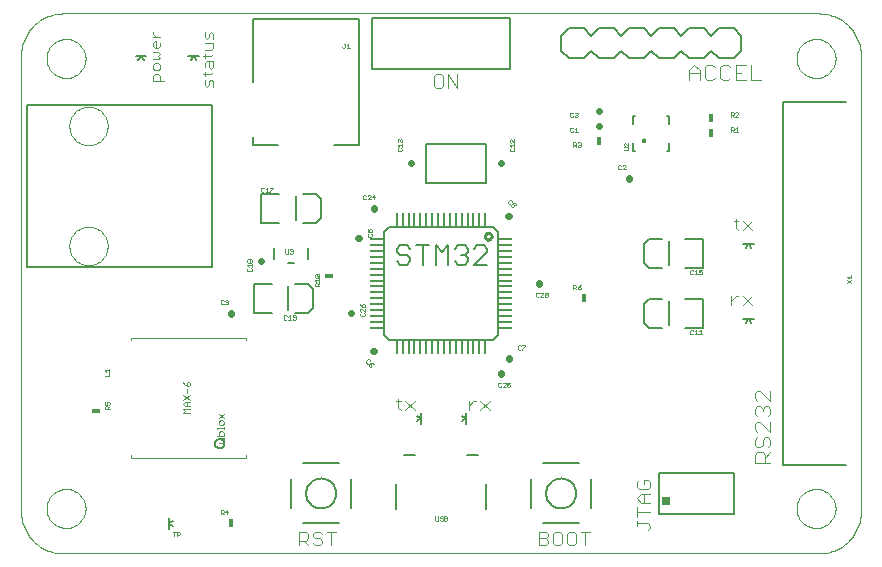
<source format=gto>
G75*
G70*
%OFA0B0*%
%FSLAX24Y24*%
%IPPOS*%
%LPD*%
%AMOC8*
5,1,8,0,0,1.08239X$1,22.5*
%
%ADD10C,0.0000*%
%ADD11C,0.0040*%
%ADD12C,0.0030*%
%ADD13C,0.0039*%
%ADD14C,0.0020*%
%ADD15C,0.0050*%
%ADD16C,0.0080*%
%ADD17C,0.0100*%
%ADD18R,0.0079X0.0472*%
%ADD19R,0.0472X0.0079*%
%ADD20C,0.0060*%
%ADD21C,0.0070*%
%ADD22C,0.0010*%
%ADD23C,0.0220*%
%ADD24R,0.0180X0.0300*%
%ADD25R,0.0300X0.0180*%
%ADD26R,0.0250X0.0250*%
D10*
X002504Y000463D02*
X027676Y000463D01*
X027750Y000465D01*
X027824Y000471D01*
X027897Y000480D01*
X027970Y000494D01*
X028042Y000511D01*
X028113Y000532D01*
X028183Y000557D01*
X028251Y000585D01*
X028318Y000617D01*
X028383Y000652D01*
X028446Y000691D01*
X028507Y000733D01*
X028566Y000778D01*
X028622Y000826D01*
X028676Y000877D01*
X028727Y000931D01*
X028775Y000987D01*
X028820Y001046D01*
X028862Y001107D01*
X028901Y001170D01*
X028936Y001235D01*
X028968Y001302D01*
X028996Y001370D01*
X029021Y001440D01*
X029042Y001511D01*
X029059Y001583D01*
X029073Y001656D01*
X029082Y001729D01*
X029088Y001803D01*
X029090Y001877D01*
X029090Y017049D01*
X029088Y017123D01*
X029082Y017197D01*
X029073Y017270D01*
X029059Y017343D01*
X029042Y017415D01*
X029021Y017486D01*
X028996Y017556D01*
X028968Y017624D01*
X028936Y017691D01*
X028901Y017756D01*
X028862Y017819D01*
X028820Y017880D01*
X028775Y017939D01*
X028727Y017995D01*
X028676Y018049D01*
X028622Y018100D01*
X028566Y018148D01*
X028507Y018193D01*
X028446Y018235D01*
X028383Y018274D01*
X028318Y018309D01*
X028251Y018341D01*
X028183Y018369D01*
X028113Y018394D01*
X028042Y018415D01*
X027970Y018432D01*
X027897Y018446D01*
X027824Y018455D01*
X027750Y018461D01*
X027676Y018463D01*
X002504Y018463D01*
X002430Y018461D01*
X002356Y018455D01*
X002283Y018446D01*
X002210Y018432D01*
X002138Y018415D01*
X002067Y018394D01*
X001997Y018369D01*
X001929Y018341D01*
X001862Y018309D01*
X001797Y018274D01*
X001734Y018235D01*
X001673Y018193D01*
X001614Y018148D01*
X001558Y018100D01*
X001504Y018049D01*
X001453Y017995D01*
X001405Y017939D01*
X001360Y017880D01*
X001318Y017819D01*
X001279Y017756D01*
X001244Y017691D01*
X001212Y017624D01*
X001184Y017556D01*
X001159Y017486D01*
X001138Y017415D01*
X001121Y017343D01*
X001107Y017270D01*
X001098Y017197D01*
X001092Y017123D01*
X001090Y017049D01*
X001090Y001877D01*
X001092Y001803D01*
X001098Y001729D01*
X001107Y001656D01*
X001121Y001583D01*
X001138Y001511D01*
X001159Y001440D01*
X001184Y001370D01*
X001212Y001302D01*
X001244Y001235D01*
X001279Y001170D01*
X001318Y001107D01*
X001360Y001046D01*
X001405Y000987D01*
X001453Y000931D01*
X001504Y000877D01*
X001558Y000826D01*
X001614Y000778D01*
X001673Y000733D01*
X001734Y000691D01*
X001797Y000652D01*
X001862Y000617D01*
X001929Y000585D01*
X001997Y000557D01*
X002067Y000532D01*
X002138Y000511D01*
X002210Y000494D01*
X002283Y000480D01*
X002356Y000471D01*
X002430Y000465D01*
X002504Y000463D01*
X001940Y001963D02*
X001942Y002013D01*
X001948Y002063D01*
X001958Y002113D01*
X001971Y002161D01*
X001988Y002209D01*
X002009Y002255D01*
X002033Y002299D01*
X002061Y002341D01*
X002092Y002381D01*
X002126Y002418D01*
X002163Y002453D01*
X002202Y002484D01*
X002243Y002513D01*
X002287Y002538D01*
X002333Y002560D01*
X002380Y002578D01*
X002428Y002592D01*
X002477Y002603D01*
X002527Y002610D01*
X002577Y002613D01*
X002628Y002612D01*
X002678Y002607D01*
X002728Y002598D01*
X002776Y002586D01*
X002824Y002569D01*
X002870Y002549D01*
X002915Y002526D01*
X002958Y002499D01*
X002998Y002469D01*
X003036Y002436D01*
X003071Y002400D01*
X003104Y002361D01*
X003133Y002320D01*
X003159Y002277D01*
X003182Y002232D01*
X003201Y002185D01*
X003216Y002137D01*
X003228Y002088D01*
X003236Y002038D01*
X003240Y001988D01*
X003240Y001938D01*
X003236Y001888D01*
X003228Y001838D01*
X003216Y001789D01*
X003201Y001741D01*
X003182Y001694D01*
X003159Y001649D01*
X003133Y001606D01*
X003104Y001565D01*
X003071Y001526D01*
X003036Y001490D01*
X002998Y001457D01*
X002958Y001427D01*
X002915Y001400D01*
X002870Y001377D01*
X002824Y001357D01*
X002776Y001340D01*
X002728Y001328D01*
X002678Y001319D01*
X002628Y001314D01*
X002577Y001313D01*
X002527Y001316D01*
X002477Y001323D01*
X002428Y001334D01*
X002380Y001348D01*
X002333Y001366D01*
X002287Y001388D01*
X002243Y001413D01*
X002202Y001442D01*
X002163Y001473D01*
X002126Y001508D01*
X002092Y001545D01*
X002061Y001585D01*
X002033Y001627D01*
X002009Y001671D01*
X001988Y001717D01*
X001971Y001765D01*
X001958Y001813D01*
X001948Y001863D01*
X001942Y001913D01*
X001940Y001963D01*
X002700Y010713D02*
X002702Y010763D01*
X002708Y010813D01*
X002718Y010862D01*
X002731Y010911D01*
X002749Y010958D01*
X002770Y011004D01*
X002794Y011047D01*
X002822Y011089D01*
X002853Y011129D01*
X002887Y011166D01*
X002924Y011200D01*
X002964Y011231D01*
X003006Y011259D01*
X003049Y011283D01*
X003095Y011304D01*
X003142Y011322D01*
X003191Y011335D01*
X003240Y011345D01*
X003290Y011351D01*
X003340Y011353D01*
X003390Y011351D01*
X003440Y011345D01*
X003489Y011335D01*
X003538Y011322D01*
X003585Y011304D01*
X003631Y011283D01*
X003674Y011259D01*
X003716Y011231D01*
X003756Y011200D01*
X003793Y011166D01*
X003827Y011129D01*
X003858Y011089D01*
X003886Y011047D01*
X003910Y011004D01*
X003931Y010958D01*
X003949Y010911D01*
X003962Y010862D01*
X003972Y010813D01*
X003978Y010763D01*
X003980Y010713D01*
X003978Y010663D01*
X003972Y010613D01*
X003962Y010564D01*
X003949Y010515D01*
X003931Y010468D01*
X003910Y010422D01*
X003886Y010379D01*
X003858Y010337D01*
X003827Y010297D01*
X003793Y010260D01*
X003756Y010226D01*
X003716Y010195D01*
X003674Y010167D01*
X003631Y010143D01*
X003585Y010122D01*
X003538Y010104D01*
X003489Y010091D01*
X003440Y010081D01*
X003390Y010075D01*
X003340Y010073D01*
X003290Y010075D01*
X003240Y010081D01*
X003191Y010091D01*
X003142Y010104D01*
X003095Y010122D01*
X003049Y010143D01*
X003006Y010167D01*
X002964Y010195D01*
X002924Y010226D01*
X002887Y010260D01*
X002853Y010297D01*
X002822Y010337D01*
X002794Y010379D01*
X002770Y010422D01*
X002749Y010468D01*
X002731Y010515D01*
X002718Y010564D01*
X002708Y010613D01*
X002702Y010663D01*
X002700Y010713D01*
X002700Y014713D02*
X002702Y014763D01*
X002708Y014813D01*
X002718Y014862D01*
X002731Y014911D01*
X002749Y014958D01*
X002770Y015004D01*
X002794Y015047D01*
X002822Y015089D01*
X002853Y015129D01*
X002887Y015166D01*
X002924Y015200D01*
X002964Y015231D01*
X003006Y015259D01*
X003049Y015283D01*
X003095Y015304D01*
X003142Y015322D01*
X003191Y015335D01*
X003240Y015345D01*
X003290Y015351D01*
X003340Y015353D01*
X003390Y015351D01*
X003440Y015345D01*
X003489Y015335D01*
X003538Y015322D01*
X003585Y015304D01*
X003631Y015283D01*
X003674Y015259D01*
X003716Y015231D01*
X003756Y015200D01*
X003793Y015166D01*
X003827Y015129D01*
X003858Y015089D01*
X003886Y015047D01*
X003910Y015004D01*
X003931Y014958D01*
X003949Y014911D01*
X003962Y014862D01*
X003972Y014813D01*
X003978Y014763D01*
X003980Y014713D01*
X003978Y014663D01*
X003972Y014613D01*
X003962Y014564D01*
X003949Y014515D01*
X003931Y014468D01*
X003910Y014422D01*
X003886Y014379D01*
X003858Y014337D01*
X003827Y014297D01*
X003793Y014260D01*
X003756Y014226D01*
X003716Y014195D01*
X003674Y014167D01*
X003631Y014143D01*
X003585Y014122D01*
X003538Y014104D01*
X003489Y014091D01*
X003440Y014081D01*
X003390Y014075D01*
X003340Y014073D01*
X003290Y014075D01*
X003240Y014081D01*
X003191Y014091D01*
X003142Y014104D01*
X003095Y014122D01*
X003049Y014143D01*
X003006Y014167D01*
X002964Y014195D01*
X002924Y014226D01*
X002887Y014260D01*
X002853Y014297D01*
X002822Y014337D01*
X002794Y014379D01*
X002770Y014422D01*
X002749Y014468D01*
X002731Y014515D01*
X002718Y014564D01*
X002708Y014613D01*
X002702Y014663D01*
X002700Y014713D01*
X001940Y016963D02*
X001942Y017013D01*
X001948Y017063D01*
X001958Y017113D01*
X001971Y017161D01*
X001988Y017209D01*
X002009Y017255D01*
X002033Y017299D01*
X002061Y017341D01*
X002092Y017381D01*
X002126Y017418D01*
X002163Y017453D01*
X002202Y017484D01*
X002243Y017513D01*
X002287Y017538D01*
X002333Y017560D01*
X002380Y017578D01*
X002428Y017592D01*
X002477Y017603D01*
X002527Y017610D01*
X002577Y017613D01*
X002628Y017612D01*
X002678Y017607D01*
X002728Y017598D01*
X002776Y017586D01*
X002824Y017569D01*
X002870Y017549D01*
X002915Y017526D01*
X002958Y017499D01*
X002998Y017469D01*
X003036Y017436D01*
X003071Y017400D01*
X003104Y017361D01*
X003133Y017320D01*
X003159Y017277D01*
X003182Y017232D01*
X003201Y017185D01*
X003216Y017137D01*
X003228Y017088D01*
X003236Y017038D01*
X003240Y016988D01*
X003240Y016938D01*
X003236Y016888D01*
X003228Y016838D01*
X003216Y016789D01*
X003201Y016741D01*
X003182Y016694D01*
X003159Y016649D01*
X003133Y016606D01*
X003104Y016565D01*
X003071Y016526D01*
X003036Y016490D01*
X002998Y016457D01*
X002958Y016427D01*
X002915Y016400D01*
X002870Y016377D01*
X002824Y016357D01*
X002776Y016340D01*
X002728Y016328D01*
X002678Y016319D01*
X002628Y016314D01*
X002577Y016313D01*
X002527Y016316D01*
X002477Y016323D01*
X002428Y016334D01*
X002380Y016348D01*
X002333Y016366D01*
X002287Y016388D01*
X002243Y016413D01*
X002202Y016442D01*
X002163Y016473D01*
X002126Y016508D01*
X002092Y016545D01*
X002061Y016585D01*
X002033Y016627D01*
X002009Y016671D01*
X001988Y016717D01*
X001971Y016765D01*
X001958Y016813D01*
X001948Y016863D01*
X001942Y016913D01*
X001940Y016963D01*
X026940Y016963D02*
X026942Y017013D01*
X026948Y017063D01*
X026958Y017113D01*
X026971Y017161D01*
X026988Y017209D01*
X027009Y017255D01*
X027033Y017299D01*
X027061Y017341D01*
X027092Y017381D01*
X027126Y017418D01*
X027163Y017453D01*
X027202Y017484D01*
X027243Y017513D01*
X027287Y017538D01*
X027333Y017560D01*
X027380Y017578D01*
X027428Y017592D01*
X027477Y017603D01*
X027527Y017610D01*
X027577Y017613D01*
X027628Y017612D01*
X027678Y017607D01*
X027728Y017598D01*
X027776Y017586D01*
X027824Y017569D01*
X027870Y017549D01*
X027915Y017526D01*
X027958Y017499D01*
X027998Y017469D01*
X028036Y017436D01*
X028071Y017400D01*
X028104Y017361D01*
X028133Y017320D01*
X028159Y017277D01*
X028182Y017232D01*
X028201Y017185D01*
X028216Y017137D01*
X028228Y017088D01*
X028236Y017038D01*
X028240Y016988D01*
X028240Y016938D01*
X028236Y016888D01*
X028228Y016838D01*
X028216Y016789D01*
X028201Y016741D01*
X028182Y016694D01*
X028159Y016649D01*
X028133Y016606D01*
X028104Y016565D01*
X028071Y016526D01*
X028036Y016490D01*
X027998Y016457D01*
X027958Y016427D01*
X027915Y016400D01*
X027870Y016377D01*
X027824Y016357D01*
X027776Y016340D01*
X027728Y016328D01*
X027678Y016319D01*
X027628Y016314D01*
X027577Y016313D01*
X027527Y016316D01*
X027477Y016323D01*
X027428Y016334D01*
X027380Y016348D01*
X027333Y016366D01*
X027287Y016388D01*
X027243Y016413D01*
X027202Y016442D01*
X027163Y016473D01*
X027126Y016508D01*
X027092Y016545D01*
X027061Y016585D01*
X027033Y016627D01*
X027009Y016671D01*
X026988Y016717D01*
X026971Y016765D01*
X026958Y016813D01*
X026948Y016863D01*
X026942Y016913D01*
X026940Y016963D01*
X026940Y001963D02*
X026942Y002013D01*
X026948Y002063D01*
X026958Y002113D01*
X026971Y002161D01*
X026988Y002209D01*
X027009Y002255D01*
X027033Y002299D01*
X027061Y002341D01*
X027092Y002381D01*
X027126Y002418D01*
X027163Y002453D01*
X027202Y002484D01*
X027243Y002513D01*
X027287Y002538D01*
X027333Y002560D01*
X027380Y002578D01*
X027428Y002592D01*
X027477Y002603D01*
X027527Y002610D01*
X027577Y002613D01*
X027628Y002612D01*
X027678Y002607D01*
X027728Y002598D01*
X027776Y002586D01*
X027824Y002569D01*
X027870Y002549D01*
X027915Y002526D01*
X027958Y002499D01*
X027998Y002469D01*
X028036Y002436D01*
X028071Y002400D01*
X028104Y002361D01*
X028133Y002320D01*
X028159Y002277D01*
X028182Y002232D01*
X028201Y002185D01*
X028216Y002137D01*
X028228Y002088D01*
X028236Y002038D01*
X028240Y001988D01*
X028240Y001938D01*
X028236Y001888D01*
X028228Y001838D01*
X028216Y001789D01*
X028201Y001741D01*
X028182Y001694D01*
X028159Y001649D01*
X028133Y001606D01*
X028104Y001565D01*
X028071Y001526D01*
X028036Y001490D01*
X027998Y001457D01*
X027958Y001427D01*
X027915Y001400D01*
X027870Y001377D01*
X027824Y001357D01*
X027776Y001340D01*
X027728Y001328D01*
X027678Y001319D01*
X027628Y001314D01*
X027577Y001313D01*
X027527Y001316D01*
X027477Y001323D01*
X027428Y001334D01*
X027380Y001348D01*
X027333Y001366D01*
X027287Y001388D01*
X027243Y001413D01*
X027202Y001442D01*
X027163Y001473D01*
X027126Y001508D01*
X027092Y001545D01*
X027061Y001585D01*
X027033Y001627D01*
X027009Y001671D01*
X026988Y001717D01*
X026971Y001765D01*
X026958Y001813D01*
X026948Y001863D01*
X026942Y001913D01*
X026940Y001963D01*
D11*
X026070Y003483D02*
X025550Y003483D01*
X025550Y003743D01*
X025636Y003830D01*
X025810Y003830D01*
X025897Y003743D01*
X025897Y003483D01*
X025897Y003656D02*
X026070Y003830D01*
X025983Y003998D02*
X026070Y004085D01*
X026070Y004259D01*
X025983Y004345D01*
X025897Y004345D01*
X025810Y004259D01*
X025810Y004085D01*
X025723Y003998D01*
X025636Y003998D01*
X025550Y004085D01*
X025550Y004259D01*
X025636Y004345D01*
X025636Y004514D02*
X025550Y004601D01*
X025550Y004774D01*
X025636Y004861D01*
X025723Y004861D01*
X026070Y004514D01*
X026070Y004861D01*
X025983Y005030D02*
X026070Y005116D01*
X026070Y005290D01*
X025983Y005377D01*
X025897Y005377D01*
X025810Y005290D01*
X025810Y005203D01*
X025810Y005290D02*
X025723Y005377D01*
X025636Y005377D01*
X025550Y005290D01*
X025550Y005116D01*
X025636Y005030D01*
X025636Y005545D02*
X025550Y005632D01*
X025550Y005806D01*
X025636Y005892D01*
X025723Y005892D01*
X026070Y005545D01*
X026070Y005892D01*
X025457Y008733D02*
X025150Y009040D01*
X024996Y009040D02*
X024919Y009040D01*
X024766Y008886D01*
X024766Y008733D02*
X024766Y009040D01*
X025150Y008733D02*
X025457Y009040D01*
X025457Y011233D02*
X025150Y011540D01*
X024996Y011540D02*
X024843Y011540D01*
X024919Y011616D02*
X024919Y011310D01*
X024996Y011233D01*
X025150Y011233D02*
X025457Y011540D01*
X025423Y016233D02*
X025770Y016233D01*
X025423Y016233D02*
X025423Y016753D01*
X025254Y016753D02*
X024907Y016753D01*
X024907Y016233D01*
X025254Y016233D01*
X025080Y016493D02*
X024907Y016493D01*
X024738Y016320D02*
X024652Y016233D01*
X024478Y016233D01*
X024391Y016320D01*
X024391Y016667D01*
X024478Y016753D01*
X024652Y016753D01*
X024738Y016667D01*
X024223Y016667D02*
X024136Y016753D01*
X023962Y016753D01*
X023876Y016667D01*
X023876Y016320D01*
X023962Y016233D01*
X024136Y016233D01*
X024223Y016320D01*
X023707Y016233D02*
X023707Y016580D01*
X023533Y016753D01*
X023360Y016580D01*
X023360Y016233D01*
X023360Y016493D02*
X023707Y016493D01*
X015627Y016443D02*
X015627Y015983D01*
X015320Y016443D01*
X015320Y015983D01*
X015167Y016060D02*
X015167Y016366D01*
X015090Y016443D01*
X014937Y016443D01*
X014860Y016366D01*
X014860Y016060D01*
X014937Y015983D01*
X015090Y015983D01*
X015167Y016060D01*
X013669Y005616D02*
X013669Y005310D01*
X013746Y005233D01*
X013900Y005233D02*
X014207Y005540D01*
X013900Y005540D02*
X014207Y005233D01*
X013746Y005540D02*
X013593Y005540D01*
X016016Y005540D02*
X016016Y005233D01*
X016016Y005386D02*
X016169Y005540D01*
X016246Y005540D01*
X016400Y005540D02*
X016707Y005233D01*
X016400Y005233D02*
X016707Y005540D01*
X021610Y002844D02*
X021610Y002691D01*
X021686Y002614D01*
X021993Y002614D01*
X022070Y002691D01*
X022070Y002844D01*
X021993Y002921D01*
X021840Y002921D01*
X021840Y002767D01*
X021686Y002921D02*
X021610Y002844D01*
X021763Y002461D02*
X022070Y002461D01*
X021840Y002461D02*
X021840Y002154D01*
X021763Y002154D02*
X021610Y002307D01*
X021763Y002461D01*
X021763Y002154D02*
X022070Y002154D01*
X022070Y001847D02*
X021610Y001847D01*
X021610Y002000D02*
X021610Y001693D01*
X021610Y001540D02*
X021610Y001386D01*
X021610Y001463D02*
X021993Y001463D01*
X022070Y001386D01*
X022070Y001310D01*
X021993Y001233D01*
X020048Y001193D02*
X019741Y001193D01*
X019895Y001193D02*
X019895Y000733D01*
X019588Y000810D02*
X019588Y001116D01*
X019511Y001193D01*
X019358Y001193D01*
X019281Y001116D01*
X019281Y000810D01*
X019358Y000733D01*
X019511Y000733D01*
X019588Y000810D01*
X019127Y000810D02*
X019051Y000733D01*
X018897Y000733D01*
X018820Y000810D01*
X018820Y001116D01*
X018897Y001193D01*
X019051Y001193D01*
X019127Y001116D01*
X019127Y000810D01*
X018667Y000810D02*
X018590Y000733D01*
X018360Y000733D01*
X018360Y001193D01*
X018590Y001193D01*
X018667Y001116D01*
X018667Y001040D01*
X018590Y000963D01*
X018360Y000963D01*
X018590Y000963D02*
X018667Y000886D01*
X018667Y000810D01*
X011588Y001193D02*
X011281Y001193D01*
X011434Y001193D02*
X011434Y000733D01*
X011127Y000810D02*
X011051Y000733D01*
X010897Y000733D01*
X010820Y000810D01*
X010897Y000963D02*
X010820Y001040D01*
X010820Y001116D01*
X010897Y001193D01*
X011051Y001193D01*
X011127Y001116D01*
X011051Y000963D02*
X011127Y000886D01*
X011127Y000810D01*
X011051Y000963D02*
X010897Y000963D01*
X010667Y000963D02*
X010667Y001116D01*
X010590Y001193D01*
X010360Y001193D01*
X010360Y000733D01*
X010360Y000886D02*
X010590Y000886D01*
X010667Y000963D01*
X010513Y000886D02*
X010667Y000733D01*
D12*
X007475Y016013D02*
X007475Y016199D01*
X007413Y016260D01*
X007352Y016199D01*
X007352Y016075D01*
X007290Y016013D01*
X007228Y016075D01*
X007228Y016260D01*
X007228Y016382D02*
X007228Y016505D01*
X007166Y016444D02*
X007413Y016444D01*
X007475Y016505D01*
X007413Y016627D02*
X007352Y016689D01*
X007352Y016874D01*
X007290Y016874D02*
X007475Y016874D01*
X007475Y016689D01*
X007413Y016627D01*
X007228Y016689D02*
X007228Y016813D01*
X007290Y016874D01*
X007228Y016996D02*
X007228Y017119D01*
X007166Y017057D02*
X007413Y017057D01*
X007475Y017119D01*
X007413Y017241D02*
X007475Y017303D01*
X007475Y017488D01*
X007228Y017488D01*
X007290Y017610D02*
X007228Y017671D01*
X007228Y017856D01*
X007352Y017795D02*
X007352Y017671D01*
X007290Y017610D01*
X007475Y017610D02*
X007475Y017795D01*
X007413Y017856D01*
X007352Y017795D01*
X007413Y017241D02*
X007228Y017241D01*
X005725Y017119D02*
X005663Y017181D01*
X005478Y017181D01*
X005540Y017303D02*
X005478Y017364D01*
X005478Y017488D01*
X005540Y017549D01*
X005602Y017549D01*
X005602Y017303D01*
X005663Y017303D02*
X005540Y017303D01*
X005663Y017303D02*
X005725Y017364D01*
X005725Y017488D01*
X005725Y017671D02*
X005478Y017671D01*
X005478Y017794D02*
X005602Y017671D01*
X005478Y017794D02*
X005478Y017856D01*
X005725Y017119D02*
X005663Y017058D01*
X005725Y016996D01*
X005663Y016934D01*
X005478Y016934D01*
X005540Y016813D02*
X005478Y016751D01*
X005478Y016628D01*
X005540Y016566D01*
X005663Y016566D01*
X005725Y016628D01*
X005725Y016751D01*
X005663Y016813D01*
X005540Y016813D01*
X005540Y016445D02*
X005663Y016445D01*
X005725Y016383D01*
X005725Y016198D01*
X005848Y016198D02*
X005478Y016198D01*
X005478Y016383D01*
X005540Y016445D01*
D13*
X004759Y007637D02*
X004759Y007578D01*
X004759Y007637D02*
X008578Y007637D01*
X008578Y007578D01*
X008578Y003759D02*
X008578Y003660D01*
X004759Y003660D01*
X004759Y003759D01*
D14*
X006498Y005147D02*
X006571Y005220D01*
X006498Y005293D01*
X006718Y005293D01*
X006718Y005368D02*
X006571Y005368D01*
X006498Y005441D01*
X006571Y005514D01*
X006718Y005514D01*
X006718Y005589D02*
X006498Y005735D01*
X006608Y005810D02*
X006608Y005956D01*
X006608Y006031D02*
X006608Y006141D01*
X006644Y006177D01*
X006681Y006177D01*
X006718Y006141D01*
X006718Y006067D01*
X006681Y006031D01*
X006608Y006031D01*
X006534Y006104D01*
X006498Y006177D01*
X006718Y005735D02*
X006498Y005589D01*
X006608Y005514D02*
X006608Y005368D01*
X006718Y005147D02*
X006498Y005147D01*
X007693Y005119D02*
X007840Y004973D01*
X007803Y004898D02*
X007840Y004862D01*
X007840Y004788D01*
X007803Y004752D01*
X007730Y004752D01*
X007693Y004788D01*
X007693Y004862D01*
X007730Y004898D01*
X007803Y004898D01*
X007693Y004973D02*
X007840Y005119D01*
X007840Y004678D02*
X007840Y004604D01*
X007840Y004641D02*
X007620Y004641D01*
X007620Y004604D01*
X007730Y004530D02*
X007693Y004493D01*
X007693Y004383D01*
X007620Y004383D02*
X007840Y004383D01*
X007840Y004493D01*
X007803Y004530D01*
X007730Y004530D01*
X007693Y004309D02*
X007840Y004309D01*
X007840Y004199D01*
X007803Y004162D01*
X007693Y004162D01*
X028631Y009491D02*
X028771Y009585D01*
X028771Y009639D02*
X028771Y009732D01*
X028771Y009685D02*
X028631Y009685D01*
X028678Y009639D01*
X028631Y009585D02*
X028771Y009491D01*
D15*
X022690Y010063D02*
X022690Y010863D01*
X022690Y008863D02*
X022690Y008063D01*
X016590Y012813D02*
X014590Y012813D01*
X014590Y014113D01*
X016590Y014113D01*
X016590Y012813D01*
X021815Y014227D02*
X021817Y014239D01*
X021822Y014250D01*
X021831Y014259D01*
X021842Y014264D01*
X021854Y014266D01*
X021866Y014264D01*
X021877Y014259D01*
X021886Y014250D01*
X021891Y014239D01*
X021893Y014227D01*
X021891Y014215D01*
X021886Y014204D01*
X021877Y014195D01*
X021866Y014190D01*
X021854Y014188D01*
X021842Y014190D01*
X021831Y014195D01*
X021822Y014204D01*
X021817Y014215D01*
X021815Y014227D01*
X010240Y012363D02*
X010240Y011563D01*
X009990Y009363D02*
X009990Y008563D01*
X007553Y004133D02*
X007555Y004158D01*
X007561Y004182D01*
X007570Y004205D01*
X007583Y004226D01*
X007600Y004245D01*
X007619Y004262D01*
X007640Y004275D01*
X007663Y004284D01*
X007687Y004290D01*
X007712Y004292D01*
X007737Y004290D01*
X007761Y004284D01*
X007784Y004275D01*
X007805Y004262D01*
X007824Y004245D01*
X007841Y004226D01*
X007854Y004205D01*
X007863Y004182D01*
X007869Y004158D01*
X007871Y004133D01*
X007869Y004108D01*
X007863Y004084D01*
X007854Y004061D01*
X007841Y004040D01*
X007824Y004021D01*
X007805Y004004D01*
X007784Y003991D01*
X007761Y003982D01*
X007737Y003976D01*
X007712Y003974D01*
X007687Y003976D01*
X007663Y003982D01*
X007640Y003991D01*
X007619Y004004D01*
X007600Y004021D01*
X007583Y004040D01*
X007570Y004061D01*
X007561Y004084D01*
X007555Y004108D01*
X007553Y004133D01*
X022340Y003133D02*
X022340Y001793D01*
X024840Y001793D01*
X024840Y003133D01*
X022340Y003133D01*
D16*
X020090Y002951D02*
X020090Y001963D01*
X019696Y001463D02*
X018484Y001463D01*
X018090Y001975D02*
X018090Y002951D01*
X018484Y003463D02*
X019696Y003463D01*
X018590Y002463D02*
X018592Y002507D01*
X018598Y002551D01*
X018608Y002594D01*
X018621Y002636D01*
X018638Y002677D01*
X018659Y002716D01*
X018683Y002753D01*
X018710Y002788D01*
X018740Y002820D01*
X018773Y002850D01*
X018809Y002876D01*
X018846Y002900D01*
X018886Y002919D01*
X018927Y002936D01*
X018970Y002948D01*
X019013Y002957D01*
X019057Y002962D01*
X019101Y002963D01*
X019145Y002960D01*
X019189Y002953D01*
X019232Y002942D01*
X019274Y002928D01*
X019314Y002910D01*
X019353Y002888D01*
X019389Y002864D01*
X019423Y002836D01*
X019455Y002805D01*
X019484Y002771D01*
X019510Y002735D01*
X019532Y002697D01*
X019551Y002657D01*
X019566Y002615D01*
X019578Y002573D01*
X019586Y002529D01*
X019590Y002485D01*
X019590Y002441D01*
X019586Y002397D01*
X019578Y002353D01*
X019566Y002311D01*
X019551Y002269D01*
X019532Y002229D01*
X019510Y002191D01*
X019484Y002155D01*
X019455Y002121D01*
X019423Y002090D01*
X019389Y002062D01*
X019353Y002038D01*
X019314Y002016D01*
X019274Y001998D01*
X019232Y001984D01*
X019189Y001973D01*
X019145Y001966D01*
X019101Y001963D01*
X019057Y001964D01*
X019013Y001969D01*
X018970Y001978D01*
X018927Y001990D01*
X018886Y002007D01*
X018846Y002026D01*
X018809Y002050D01*
X018773Y002076D01*
X018740Y002106D01*
X018710Y002138D01*
X018683Y002173D01*
X018659Y002210D01*
X018638Y002249D01*
X018621Y002290D01*
X018608Y002332D01*
X018598Y002375D01*
X018592Y002419D01*
X018590Y002463D01*
X016586Y002778D02*
X016586Y001951D01*
X013594Y001951D02*
X013594Y002778D01*
X013870Y003762D02*
X014224Y003762D01*
X014407Y004782D02*
X014407Y004963D01*
X014285Y004871D01*
X014407Y004963D02*
X014407Y005144D01*
X014285Y005049D02*
X014401Y004973D01*
X015785Y005049D02*
X015901Y004973D01*
X015907Y004963D02*
X015785Y004871D01*
X015907Y004782D02*
X015907Y004963D01*
X015907Y005144D01*
X015956Y003762D02*
X016310Y003762D01*
X012090Y002951D02*
X012090Y001963D01*
X011696Y001463D02*
X010484Y001463D01*
X010090Y001975D02*
X010090Y002951D01*
X010484Y003463D02*
X011696Y003463D01*
X010590Y002463D02*
X010592Y002507D01*
X010598Y002551D01*
X010608Y002594D01*
X010621Y002636D01*
X010638Y002677D01*
X010659Y002716D01*
X010683Y002753D01*
X010710Y002788D01*
X010740Y002820D01*
X010773Y002850D01*
X010809Y002876D01*
X010846Y002900D01*
X010886Y002919D01*
X010927Y002936D01*
X010970Y002948D01*
X011013Y002957D01*
X011057Y002962D01*
X011101Y002963D01*
X011145Y002960D01*
X011189Y002953D01*
X011232Y002942D01*
X011274Y002928D01*
X011314Y002910D01*
X011353Y002888D01*
X011389Y002864D01*
X011423Y002836D01*
X011455Y002805D01*
X011484Y002771D01*
X011510Y002735D01*
X011532Y002697D01*
X011551Y002657D01*
X011566Y002615D01*
X011578Y002573D01*
X011586Y002529D01*
X011590Y002485D01*
X011590Y002441D01*
X011586Y002397D01*
X011578Y002353D01*
X011566Y002311D01*
X011551Y002269D01*
X011532Y002229D01*
X011510Y002191D01*
X011484Y002155D01*
X011455Y002121D01*
X011423Y002090D01*
X011389Y002062D01*
X011353Y002038D01*
X011314Y002016D01*
X011274Y001998D01*
X011232Y001984D01*
X011189Y001973D01*
X011145Y001966D01*
X011101Y001963D01*
X011057Y001964D01*
X011013Y001969D01*
X010970Y001978D01*
X010927Y001990D01*
X010886Y002007D01*
X010846Y002026D01*
X010809Y002050D01*
X010773Y002076D01*
X010740Y002106D01*
X010710Y002138D01*
X010683Y002173D01*
X010659Y002210D01*
X010638Y002249D01*
X010621Y002290D01*
X010608Y002332D01*
X010598Y002375D01*
X010592Y002419D01*
X010590Y002463D01*
X006145Y001555D02*
X006023Y001463D01*
X006023Y001282D01*
X006145Y001377D02*
X006029Y001453D01*
X006023Y001463D02*
X006023Y001644D01*
X013200Y007731D02*
X013358Y007573D01*
X016822Y007573D01*
X016980Y007731D01*
X016980Y011195D01*
X016822Y011353D01*
X013358Y011353D01*
X013200Y011195D01*
X013200Y007731D01*
X010824Y008648D02*
X010667Y008490D01*
X010234Y008490D01*
X010824Y008648D02*
X010824Y009278D01*
X010667Y009435D01*
X010234Y009435D01*
X010196Y010144D02*
X009984Y010144D01*
X009530Y010294D02*
X009530Y010632D01*
X010650Y010632D02*
X010650Y010294D01*
X009446Y009435D02*
X008856Y009435D01*
X008856Y008490D01*
X009446Y008490D01*
X007440Y010013D02*
X007440Y015413D01*
X001290Y015413D01*
X001290Y010013D01*
X007440Y010013D01*
X009106Y011490D02*
X009106Y012435D01*
X009696Y012435D01*
X010484Y012435D02*
X010917Y012435D01*
X011074Y012278D01*
X011074Y011648D01*
X010917Y011490D01*
X010484Y011490D01*
X009696Y011490D02*
X009106Y011490D01*
X008818Y014069D02*
X008818Y014345D01*
X008818Y014069D02*
X009645Y014069D01*
X011535Y014069D02*
X012362Y014069D01*
X012362Y018282D01*
X008818Y018282D01*
X008818Y016195D01*
X007021Y017030D02*
X006840Y017030D01*
X006932Y016908D01*
X006840Y017030D02*
X006659Y017030D01*
X006754Y016908D02*
X006830Y017024D01*
X005271Y017030D02*
X005090Y017030D01*
X005182Y016908D01*
X005090Y017030D02*
X004909Y017030D01*
X005004Y016908D02*
X005080Y017024D01*
X012801Y016607D02*
X017379Y016607D01*
X017379Y018319D01*
X012801Y018319D01*
X012801Y016607D01*
X019090Y017213D02*
X019340Y016963D01*
X019840Y016963D01*
X020090Y017213D01*
X020340Y016963D01*
X020840Y016963D01*
X021090Y017213D01*
X021340Y016963D01*
X021840Y016963D01*
X022090Y017213D01*
X022340Y016963D01*
X022840Y016963D01*
X023090Y017213D01*
X023340Y016963D01*
X023840Y016963D01*
X024090Y017213D01*
X024340Y016963D01*
X024840Y016963D01*
X025090Y017213D01*
X025090Y017713D01*
X024840Y017963D01*
X024340Y017963D01*
X024090Y017713D01*
X023840Y017963D01*
X023340Y017963D01*
X023090Y017713D01*
X022840Y017963D01*
X022340Y017963D01*
X022090Y017713D01*
X021840Y017963D01*
X021340Y017963D01*
X021090Y017713D01*
X020840Y017963D01*
X020340Y017963D01*
X020090Y017713D01*
X019840Y017963D01*
X019340Y017963D01*
X019090Y017713D01*
X019090Y017213D01*
X026488Y015526D02*
X026488Y003400D01*
X028590Y003400D01*
X025432Y008158D02*
X025340Y008280D01*
X025159Y008280D01*
X025254Y008158D02*
X025330Y008274D01*
X025340Y008280D02*
X025521Y008280D01*
X023824Y007990D02*
X023234Y007990D01*
X023824Y007990D02*
X023824Y008935D01*
X023234Y008935D01*
X022446Y008935D02*
X022013Y008935D01*
X021856Y008778D01*
X021856Y008148D01*
X022013Y007990D01*
X022446Y007990D01*
X022446Y009990D02*
X022013Y009990D01*
X021856Y010148D01*
X021856Y010778D01*
X022013Y010935D01*
X022446Y010935D01*
X023234Y010935D02*
X023824Y010935D01*
X023824Y009990D01*
X023234Y009990D01*
X025159Y010780D02*
X025340Y010780D01*
X025432Y010658D01*
X025521Y010780D02*
X025340Y010780D01*
X025330Y010774D02*
X025254Y010658D01*
X026488Y015526D02*
X028590Y015526D01*
D17*
X016554Y011038D02*
X016556Y011058D01*
X016561Y011078D01*
X016571Y011096D01*
X016583Y011113D01*
X016598Y011127D01*
X016616Y011137D01*
X016635Y011145D01*
X016655Y011149D01*
X016675Y011149D01*
X016695Y011145D01*
X016714Y011137D01*
X016732Y011127D01*
X016747Y011113D01*
X016759Y011096D01*
X016769Y011078D01*
X016774Y011058D01*
X016776Y011038D01*
X016774Y011018D01*
X016769Y010998D01*
X016759Y010980D01*
X016747Y010963D01*
X016732Y010949D01*
X016714Y010939D01*
X016695Y010931D01*
X016675Y010927D01*
X016655Y010927D01*
X016635Y010931D01*
X016616Y010939D01*
X016598Y010949D01*
X016583Y010963D01*
X016571Y010980D01*
X016561Y010998D01*
X016556Y011018D01*
X016554Y011038D01*
D18*
X016566Y011589D03*
X016370Y011589D03*
X016173Y011589D03*
X015976Y011589D03*
X015779Y011589D03*
X015582Y011589D03*
X015385Y011589D03*
X015188Y011589D03*
X014992Y011589D03*
X014795Y011589D03*
X014598Y011589D03*
X014401Y011589D03*
X014204Y011589D03*
X014007Y011589D03*
X013810Y011589D03*
X013614Y011589D03*
X013614Y007337D03*
X013810Y007337D03*
X014007Y007337D03*
X014204Y007337D03*
X014401Y007337D03*
X014598Y007337D03*
X014795Y007337D03*
X014992Y007337D03*
X015188Y007337D03*
X015385Y007337D03*
X015582Y007337D03*
X015779Y007337D03*
X015976Y007337D03*
X016173Y007337D03*
X016370Y007337D03*
X016566Y007337D03*
D19*
X017216Y007986D03*
X017216Y008183D03*
X017216Y008380D03*
X017216Y008577D03*
X017216Y008774D03*
X017216Y008971D03*
X017216Y009168D03*
X017216Y009364D03*
X017216Y009561D03*
X017216Y009758D03*
X017216Y009955D03*
X017216Y010152D03*
X017216Y010349D03*
X017216Y010546D03*
X017216Y010742D03*
X017216Y010939D03*
X012964Y010939D03*
X012964Y010742D03*
X012964Y010546D03*
X012964Y010349D03*
X012964Y010152D03*
X012964Y009955D03*
X012964Y009758D03*
X012964Y009561D03*
X012964Y009364D03*
X012964Y009168D03*
X012964Y008971D03*
X012964Y008774D03*
X012964Y008577D03*
X012964Y008380D03*
X012964Y008183D03*
X012964Y007986D03*
D20*
X013727Y010093D02*
X013620Y010200D01*
X013727Y010093D02*
X013940Y010093D01*
X014047Y010200D01*
X014047Y010306D01*
X013940Y010413D01*
X013727Y010413D01*
X013620Y010520D01*
X013620Y010627D01*
X013727Y010733D01*
X013940Y010733D01*
X014047Y010627D01*
X014265Y010733D02*
X014692Y010733D01*
X014478Y010733D02*
X014478Y010093D01*
X014909Y010093D02*
X014909Y010733D01*
X015123Y010520D01*
X015336Y010733D01*
X015336Y010093D01*
X015554Y010200D02*
X015660Y010093D01*
X015874Y010093D01*
X015981Y010200D01*
X015981Y010306D01*
X015874Y010413D01*
X015767Y010413D01*
X015874Y010413D02*
X015981Y010520D01*
X015981Y010627D01*
X015874Y010733D01*
X015660Y010733D01*
X015554Y010627D01*
X016198Y010627D02*
X016305Y010733D01*
X016518Y010733D01*
X016625Y010627D01*
X016625Y010520D01*
X016198Y010093D01*
X016625Y010093D01*
D21*
X021499Y013872D02*
X021499Y014131D01*
X021499Y013872D02*
X021561Y013872D01*
X022619Y013872D02*
X022681Y013872D01*
X022681Y014131D01*
X022681Y014795D02*
X022681Y015053D01*
X022619Y015053D01*
X021561Y015053D02*
X021499Y015053D01*
X021499Y014795D01*
D22*
X021337Y014144D02*
X021337Y014044D01*
X021237Y014144D01*
X021212Y014144D01*
X021187Y014119D01*
X021187Y014069D01*
X021212Y014044D01*
X021187Y013997D02*
X021312Y013997D01*
X021337Y013972D01*
X021337Y013922D01*
X021312Y013897D01*
X021187Y013897D01*
X021167Y013418D02*
X021142Y013393D01*
X021167Y013418D02*
X021217Y013418D01*
X021242Y013393D01*
X021242Y013368D01*
X021142Y013268D01*
X021242Y013268D01*
X021095Y013293D02*
X021070Y013268D01*
X021020Y013268D01*
X020995Y013293D01*
X020995Y013393D01*
X021020Y013418D01*
X021070Y013418D01*
X021095Y013393D01*
X019742Y014043D02*
X019717Y014018D01*
X019667Y014018D01*
X019642Y014043D01*
X019595Y014018D02*
X019545Y014068D01*
X019570Y014068D02*
X019495Y014068D01*
X019495Y014018D02*
X019495Y014168D01*
X019570Y014168D01*
X019595Y014143D01*
X019595Y014093D01*
X019570Y014068D01*
X019642Y014143D02*
X019667Y014168D01*
X019717Y014168D01*
X019742Y014143D01*
X019742Y014118D01*
X019717Y014093D01*
X019742Y014068D01*
X019742Y014043D01*
X019717Y014093D02*
X019692Y014093D01*
X019648Y014508D02*
X019548Y014508D01*
X019598Y014508D02*
X019598Y014658D01*
X019548Y014608D01*
X019500Y014633D02*
X019475Y014658D01*
X019425Y014658D01*
X019400Y014633D01*
X019400Y014533D01*
X019425Y014508D01*
X019475Y014508D01*
X019500Y014533D01*
X019475Y015008D02*
X019500Y015033D01*
X019475Y015008D02*
X019425Y015008D01*
X019400Y015033D01*
X019400Y015133D01*
X019425Y015158D01*
X019475Y015158D01*
X019500Y015133D01*
X019548Y015133D02*
X019573Y015158D01*
X019623Y015158D01*
X019648Y015133D01*
X019648Y015108D01*
X019623Y015083D01*
X019648Y015058D01*
X019648Y015033D01*
X019623Y015008D01*
X019573Y015008D01*
X019548Y015033D01*
X019598Y015083D02*
X019623Y015083D01*
X017535Y014263D02*
X017535Y014162D01*
X017435Y014263D01*
X017410Y014263D01*
X017385Y014238D01*
X017385Y014188D01*
X017410Y014162D01*
X017385Y014065D02*
X017535Y014065D01*
X017535Y014015D02*
X017535Y014115D01*
X017435Y014015D02*
X017385Y014065D01*
X017410Y013968D02*
X017385Y013943D01*
X017385Y013893D01*
X017410Y013868D01*
X017510Y013868D01*
X017535Y013893D01*
X017535Y013943D01*
X017510Y013968D01*
X017436Y012261D02*
X017400Y012261D01*
X017329Y012190D01*
X017329Y012155D01*
X017365Y012119D01*
X017400Y012119D01*
X017434Y012086D02*
X017451Y012104D01*
X017487Y012104D01*
X017522Y012068D01*
X017522Y012033D01*
X017504Y012015D01*
X017469Y012015D01*
X017434Y012051D01*
X017434Y012086D01*
X017487Y012104D02*
X017487Y012139D01*
X017504Y012157D01*
X017540Y012157D01*
X017575Y012121D01*
X017575Y012086D01*
X017557Y012068D01*
X017522Y012068D01*
X017471Y012190D02*
X017471Y012226D01*
X017436Y012261D01*
X013795Y013901D02*
X013795Y013951D01*
X013770Y013976D01*
X013795Y014023D02*
X013795Y014123D01*
X013795Y014073D02*
X013645Y014073D01*
X013695Y014023D01*
X013670Y013976D02*
X013645Y013951D01*
X013645Y013901D01*
X013670Y013876D01*
X013770Y013876D01*
X013795Y013901D01*
X013770Y014171D02*
X013795Y014196D01*
X013795Y014246D01*
X013770Y014271D01*
X013745Y014271D01*
X013720Y014246D01*
X013720Y014221D01*
X013720Y014246D02*
X013695Y014271D01*
X013670Y014271D01*
X013645Y014246D01*
X013645Y014196D01*
X013670Y014171D01*
X012865Y012418D02*
X012790Y012343D01*
X012890Y012343D01*
X012865Y012268D02*
X012865Y012418D01*
X012742Y012393D02*
X012717Y012418D01*
X012667Y012418D01*
X012642Y012393D01*
X012595Y012393D02*
X012570Y012418D01*
X012520Y012418D01*
X012495Y012393D01*
X012495Y012293D01*
X012520Y012268D01*
X012570Y012268D01*
X012595Y012293D01*
X012642Y012268D02*
X012742Y012368D01*
X012742Y012393D01*
X012742Y012268D02*
X012642Y012268D01*
X012645Y011271D02*
X012645Y011171D01*
X012720Y011171D01*
X012695Y011221D01*
X012695Y011246D01*
X012720Y011271D01*
X012770Y011271D01*
X012795Y011246D01*
X012795Y011196D01*
X012770Y011171D01*
X012770Y011123D02*
X012795Y011098D01*
X012795Y011048D01*
X012770Y011023D01*
X012670Y011023D01*
X012645Y011048D01*
X012645Y011098D01*
X012670Y011123D01*
X011035Y009738D02*
X011035Y009688D01*
X011010Y009662D01*
X010910Y009763D01*
X011010Y009763D01*
X011035Y009738D01*
X011010Y009662D02*
X010910Y009662D01*
X010885Y009688D01*
X010885Y009738D01*
X010910Y009763D01*
X011035Y009615D02*
X011035Y009515D01*
X011035Y009468D02*
X010985Y009418D01*
X010985Y009443D02*
X010985Y009368D01*
X011035Y009368D02*
X010885Y009368D01*
X010885Y009443D01*
X010910Y009468D01*
X010960Y009468D01*
X010985Y009443D01*
X010935Y009515D02*
X010885Y009565D01*
X011035Y009565D01*
X012395Y008771D02*
X012420Y008721D01*
X012470Y008671D01*
X012470Y008746D01*
X012495Y008771D01*
X012520Y008771D01*
X012545Y008746D01*
X012545Y008696D01*
X012520Y008671D01*
X012470Y008671D01*
X012445Y008623D02*
X012420Y008623D01*
X012395Y008598D01*
X012395Y008548D01*
X012420Y008523D01*
X012420Y008476D02*
X012395Y008451D01*
X012395Y008401D01*
X012420Y008376D01*
X012520Y008376D01*
X012545Y008401D01*
X012545Y008451D01*
X012520Y008476D01*
X012545Y008523D02*
X012445Y008623D01*
X012545Y008623D02*
X012545Y008523D01*
X010240Y008387D02*
X010240Y008287D01*
X010215Y008262D01*
X010165Y008262D01*
X010140Y008287D01*
X010092Y008262D02*
X009992Y008262D01*
X010042Y008262D02*
X010042Y008412D01*
X009992Y008362D01*
X009945Y008387D02*
X009920Y008412D01*
X009870Y008412D01*
X009845Y008387D01*
X009845Y008287D01*
X009870Y008262D01*
X009920Y008262D01*
X009945Y008287D01*
X010140Y008362D02*
X010165Y008337D01*
X010240Y008337D01*
X010240Y008387D02*
X010215Y008412D01*
X010165Y008412D01*
X010140Y008387D01*
X010140Y008362D01*
X007992Y008793D02*
X007967Y008768D01*
X007917Y008768D01*
X007892Y008793D01*
X007845Y008793D02*
X007820Y008768D01*
X007770Y008768D01*
X007745Y008793D01*
X007745Y008893D01*
X007770Y008918D01*
X007820Y008918D01*
X007845Y008893D01*
X007892Y008893D02*
X007892Y008868D01*
X007917Y008843D01*
X007992Y008843D01*
X007992Y008893D02*
X007967Y008918D01*
X007917Y008918D01*
X007892Y008893D01*
X007992Y008893D02*
X007992Y008793D01*
X008660Y009868D02*
X008760Y009868D01*
X008785Y009893D01*
X008785Y009943D01*
X008760Y009968D01*
X008785Y010015D02*
X008785Y010115D01*
X008785Y010065D02*
X008635Y010065D01*
X008685Y010015D01*
X008660Y009968D02*
X008635Y009943D01*
X008635Y009893D01*
X008660Y009868D01*
X008660Y010162D02*
X008685Y010162D01*
X008710Y010188D01*
X008710Y010238D01*
X008735Y010263D01*
X008760Y010263D01*
X008785Y010238D01*
X008785Y010188D01*
X008760Y010162D01*
X008735Y010162D01*
X008710Y010188D01*
X008710Y010238D02*
X008685Y010263D01*
X008660Y010263D01*
X008635Y010238D01*
X008635Y010188D01*
X008660Y010162D01*
X009900Y010483D02*
X009925Y010458D01*
X009975Y010458D01*
X010000Y010483D01*
X010000Y010608D01*
X010048Y010583D02*
X010073Y010608D01*
X010123Y010608D01*
X010148Y010583D01*
X010148Y010558D01*
X010123Y010533D01*
X010148Y010508D01*
X010148Y010483D01*
X010123Y010458D01*
X010073Y010458D01*
X010048Y010483D01*
X010098Y010533D02*
X010123Y010533D01*
X009900Y010483D02*
X009900Y010608D01*
X009390Y012512D02*
X009390Y012537D01*
X009490Y012637D01*
X009490Y012662D01*
X009390Y012662D01*
X009292Y012662D02*
X009292Y012512D01*
X009242Y012512D02*
X009342Y012512D01*
X009242Y012612D02*
X009292Y012662D01*
X009195Y012637D02*
X009170Y012662D01*
X009120Y012662D01*
X009095Y012637D01*
X009095Y012537D01*
X009120Y012512D01*
X009170Y012512D01*
X009195Y012537D01*
X011825Y017308D02*
X011850Y017308D01*
X011875Y017333D01*
X011875Y017458D01*
X011850Y017458D02*
X011900Y017458D01*
X011948Y017408D02*
X011998Y017458D01*
X011998Y017308D01*
X011948Y017308D02*
X012048Y017308D01*
X011825Y017308D02*
X011800Y017333D01*
X023403Y009889D02*
X023403Y009789D01*
X023428Y009764D01*
X023478Y009764D01*
X023503Y009789D01*
X023550Y009764D02*
X023650Y009764D01*
X023600Y009764D02*
X023600Y009914D01*
X023550Y009864D01*
X023503Y009889D02*
X023478Y009914D01*
X023428Y009914D01*
X023403Y009889D01*
X023698Y009914D02*
X023698Y009839D01*
X023748Y009864D01*
X023773Y009864D01*
X023798Y009839D01*
X023798Y009789D01*
X023773Y009764D01*
X023723Y009764D01*
X023698Y009789D01*
X023698Y009914D02*
X023798Y009914D01*
X023748Y007914D02*
X023748Y007764D01*
X023698Y007764D02*
X023798Y007764D01*
X023698Y007864D02*
X023748Y007914D01*
X023600Y007914D02*
X023600Y007764D01*
X023550Y007764D02*
X023650Y007764D01*
X023550Y007864D02*
X023600Y007914D01*
X023503Y007889D02*
X023478Y007914D01*
X023428Y007914D01*
X023403Y007889D01*
X023403Y007789D01*
X023428Y007764D01*
X023478Y007764D01*
X023503Y007789D01*
X019742Y009293D02*
X019742Y009318D01*
X019717Y009343D01*
X019642Y009343D01*
X019642Y009293D01*
X019667Y009268D01*
X019717Y009268D01*
X019742Y009293D01*
X019692Y009393D02*
X019642Y009343D01*
X019595Y009343D02*
X019570Y009318D01*
X019495Y009318D01*
X019545Y009318D02*
X019595Y009268D01*
X019595Y009343D02*
X019595Y009393D01*
X019570Y009418D01*
X019495Y009418D01*
X019495Y009268D01*
X019692Y009393D02*
X019742Y009418D01*
X018648Y009133D02*
X018548Y009033D01*
X018573Y009008D01*
X018623Y009008D01*
X018648Y009033D01*
X018648Y009133D01*
X018623Y009158D01*
X018573Y009158D01*
X018548Y009133D01*
X018548Y009033D01*
X018500Y009008D02*
X018400Y009008D01*
X018500Y009108D01*
X018500Y009133D01*
X018475Y009158D01*
X018425Y009158D01*
X018400Y009133D01*
X018353Y009133D02*
X018328Y009158D01*
X018278Y009158D01*
X018253Y009133D01*
X018253Y009033D01*
X018278Y009008D01*
X018328Y009008D01*
X018353Y009033D01*
X017898Y007408D02*
X017898Y007383D01*
X017798Y007283D01*
X017798Y007258D01*
X017750Y007283D02*
X017725Y007258D01*
X017675Y007258D01*
X017650Y007283D01*
X017650Y007383D01*
X017675Y007408D01*
X017725Y007408D01*
X017750Y007383D01*
X017798Y007408D02*
X017898Y007408D01*
X017398Y006158D02*
X017298Y006158D01*
X017298Y006083D01*
X017348Y006108D01*
X017373Y006108D01*
X017398Y006083D01*
X017398Y006033D01*
X017373Y006008D01*
X017323Y006008D01*
X017298Y006033D01*
X017250Y006008D02*
X017150Y006008D01*
X017250Y006108D01*
X017250Y006133D01*
X017225Y006158D01*
X017175Y006158D01*
X017150Y006133D01*
X017103Y006133D02*
X017078Y006158D01*
X017028Y006158D01*
X017003Y006133D01*
X017003Y006033D01*
X017028Y006008D01*
X017078Y006008D01*
X017103Y006033D01*
X012842Y006780D02*
X012789Y006797D01*
X012718Y006797D01*
X012771Y006744D01*
X012771Y006709D01*
X012754Y006691D01*
X012718Y006691D01*
X012683Y006727D01*
X012683Y006762D01*
X012718Y006797D01*
X012649Y006795D02*
X012614Y006795D01*
X012579Y006831D01*
X012579Y006866D01*
X012649Y006937D01*
X012685Y006937D01*
X012720Y006902D01*
X012720Y006866D01*
X007967Y001918D02*
X007892Y001843D01*
X007992Y001843D01*
X007967Y001768D02*
X007967Y001918D01*
X007845Y001893D02*
X007845Y001843D01*
X007820Y001818D01*
X007745Y001818D01*
X007795Y001818D02*
X007845Y001768D01*
X007745Y001768D02*
X007745Y001918D01*
X007820Y001918D01*
X007845Y001893D01*
X006398Y001158D02*
X006398Y001108D01*
X006373Y001083D01*
X006298Y001083D01*
X006298Y001033D02*
X006298Y001183D01*
X006373Y001183D01*
X006398Y001158D01*
X006250Y001183D02*
X006150Y001183D01*
X006200Y001183D02*
X006200Y001033D01*
X004045Y005273D02*
X003895Y005273D01*
X003895Y005348D01*
X003920Y005373D01*
X003970Y005373D01*
X003995Y005348D01*
X003995Y005273D01*
X003995Y005323D02*
X004045Y005373D01*
X004020Y005421D02*
X004045Y005446D01*
X004045Y005496D01*
X004020Y005521D01*
X003970Y005521D01*
X003945Y005496D01*
X003945Y005471D01*
X003970Y005421D01*
X003895Y005421D01*
X003895Y005521D01*
X003885Y006368D02*
X004035Y006368D01*
X004035Y006468D01*
X004035Y006515D02*
X004035Y006615D01*
X004035Y006565D02*
X003885Y006565D01*
X003935Y006515D01*
X014903Y001708D02*
X014903Y001583D01*
X014928Y001558D01*
X014978Y001558D01*
X015003Y001583D01*
X015003Y001708D01*
X015050Y001683D02*
X015050Y001658D01*
X015075Y001633D01*
X015125Y001633D01*
X015150Y001608D01*
X015150Y001583D01*
X015125Y001558D01*
X015075Y001558D01*
X015050Y001583D01*
X015050Y001683D02*
X015075Y001708D01*
X015125Y001708D01*
X015150Y001683D01*
X015198Y001708D02*
X015273Y001708D01*
X015298Y001683D01*
X015298Y001658D01*
X015273Y001633D01*
X015198Y001633D01*
X015273Y001633D02*
X015298Y001608D01*
X015298Y001583D01*
X015273Y001558D01*
X015198Y001558D01*
X015198Y001708D01*
X024745Y014518D02*
X024745Y014668D01*
X024820Y014668D01*
X024845Y014643D01*
X024845Y014593D01*
X024820Y014568D01*
X024745Y014568D01*
X024795Y014568D02*
X024845Y014518D01*
X024892Y014518D02*
X024992Y014518D01*
X024942Y014518D02*
X024942Y014668D01*
X024892Y014618D01*
X024892Y015018D02*
X024992Y015118D01*
X024992Y015143D01*
X024967Y015168D01*
X024917Y015168D01*
X024892Y015143D01*
X024845Y015143D02*
X024845Y015093D01*
X024820Y015068D01*
X024745Y015068D01*
X024795Y015068D02*
X024845Y015018D01*
X024892Y015018D02*
X024992Y015018D01*
X024845Y015143D02*
X024820Y015168D01*
X024745Y015168D01*
X024745Y015018D01*
D23*
X021340Y012975D02*
X021340Y012951D01*
X020340Y014701D02*
X020340Y014725D01*
X020340Y015201D02*
X020340Y015225D01*
X017102Y013463D02*
X017078Y013463D01*
X017348Y011721D02*
X017332Y011704D01*
X014102Y013463D02*
X014078Y013463D01*
X012840Y011975D02*
X012840Y011951D01*
X012352Y010963D02*
X012328Y010963D01*
X009102Y010213D02*
X009078Y010213D01*
X008090Y008475D02*
X008090Y008451D01*
X012078Y008463D02*
X012102Y008463D01*
X012848Y007221D02*
X012832Y007204D01*
X017090Y006475D02*
X017090Y006451D01*
X017340Y006951D02*
X017340Y006975D01*
X018340Y009451D02*
X018340Y009475D01*
D24*
X019840Y008963D03*
X020340Y014213D03*
X024090Y014463D03*
X024090Y014963D03*
X008090Y001463D03*
D25*
X003590Y005213D03*
X011340Y009713D03*
D26*
X022590Y002213D03*
M02*

</source>
